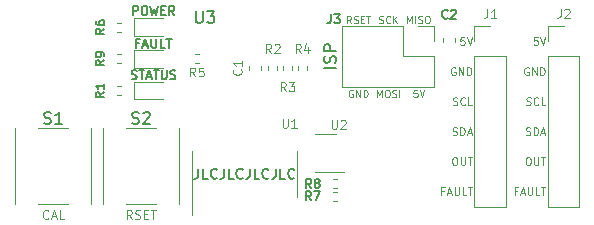
<source format=gbr>
%TF.GenerationSoftware,KiCad,Pcbnew,(5.1.9)-1*%
%TF.CreationDate,2021-02-27T13:09:48+00:00*%
%TF.ProjectId,filaSens-attiny84,66696c61-5365-46e7-932d-617474696e79,rev?*%
%TF.SameCoordinates,Original*%
%TF.FileFunction,Legend,Top*%
%TF.FilePolarity,Positive*%
%FSLAX46Y46*%
G04 Gerber Fmt 4.6, Leading zero omitted, Abs format (unit mm)*
G04 Created by KiCad (PCBNEW (5.1.9)-1) date 2021-02-27 13:09:48*
%MOMM*%
%LPD*%
G01*
G04 APERTURE LIST*
%ADD10C,0.160000*%
%ADD11C,0.100000*%
%ADD12C,0.090000*%
%ADD13C,0.150000*%
%ADD14C,0.120000*%
%ADD15C,0.130000*%
G04 APERTURE END LIST*
D10*
X139442109Y-109262523D02*
X139442109Y-109869666D01*
X139401633Y-109991095D01*
X139320680Y-110072047D01*
X139199252Y-110112523D01*
X139118300Y-110112523D01*
X140251633Y-110112523D02*
X139846871Y-110112523D01*
X139846871Y-109262523D01*
X141020680Y-110031571D02*
X140980204Y-110072047D01*
X140858776Y-110112523D01*
X140777823Y-110112523D01*
X140656395Y-110072047D01*
X140575442Y-109991095D01*
X140534966Y-109910142D01*
X140494490Y-109748238D01*
X140494490Y-109626809D01*
X140534966Y-109464904D01*
X140575442Y-109383952D01*
X140656395Y-109303000D01*
X140777823Y-109262523D01*
X140858776Y-109262523D01*
X140980204Y-109303000D01*
X141020680Y-109343476D01*
X141627823Y-109262523D02*
X141627823Y-109869666D01*
X141587347Y-109991095D01*
X141506395Y-110072047D01*
X141384966Y-110112523D01*
X141304014Y-110112523D01*
X142437347Y-110112523D02*
X142032585Y-110112523D01*
X142032585Y-109262523D01*
X143206395Y-110031571D02*
X143165919Y-110072047D01*
X143044490Y-110112523D01*
X142963538Y-110112523D01*
X142842109Y-110072047D01*
X142761157Y-109991095D01*
X142720680Y-109910142D01*
X142680204Y-109748238D01*
X142680204Y-109626809D01*
X142720680Y-109464904D01*
X142761157Y-109383952D01*
X142842109Y-109303000D01*
X142963538Y-109262523D01*
X143044490Y-109262523D01*
X143165919Y-109303000D01*
X143206395Y-109343476D01*
X143813538Y-109262523D02*
X143813538Y-109869666D01*
X143773061Y-109991095D01*
X143692109Y-110072047D01*
X143570680Y-110112523D01*
X143489728Y-110112523D01*
X144623061Y-110112523D02*
X144218300Y-110112523D01*
X144218300Y-109262523D01*
X145392109Y-110031571D02*
X145351633Y-110072047D01*
X145230204Y-110112523D01*
X145149252Y-110112523D01*
X145027823Y-110072047D01*
X144946871Y-109991095D01*
X144906395Y-109910142D01*
X144865919Y-109748238D01*
X144865919Y-109626809D01*
X144906395Y-109464904D01*
X144946871Y-109383952D01*
X145027823Y-109303000D01*
X145149252Y-109262523D01*
X145230204Y-109262523D01*
X145351633Y-109303000D01*
X145392109Y-109343476D01*
X145999252Y-109262523D02*
X145999252Y-109869666D01*
X145958776Y-109991095D01*
X145877823Y-110072047D01*
X145756395Y-110112523D01*
X145675442Y-110112523D01*
X146808776Y-110112523D02*
X146404014Y-110112523D01*
X146404014Y-109262523D01*
X147577823Y-110031571D02*
X147537347Y-110072047D01*
X147415919Y-110112523D01*
X147334966Y-110112523D01*
X147213538Y-110072047D01*
X147132585Y-109991095D01*
X147092109Y-109910142D01*
X147051633Y-109748238D01*
X147051633Y-109626809D01*
X147092109Y-109464904D01*
X147132585Y-109383952D01*
X147213538Y-109303000D01*
X147334966Y-109262523D01*
X147415919Y-109262523D01*
X147537347Y-109303000D01*
X147577823Y-109343476D01*
D11*
X161986562Y-98138047D02*
X161677038Y-98138047D01*
X161646086Y-98447571D01*
X161677038Y-98416619D01*
X161738943Y-98385666D01*
X161893705Y-98385666D01*
X161955610Y-98416619D01*
X161986562Y-98447571D01*
X162017515Y-98509476D01*
X162017515Y-98664238D01*
X161986562Y-98726142D01*
X161955610Y-98757095D01*
X161893705Y-98788047D01*
X161738943Y-98788047D01*
X161677038Y-98757095D01*
X161646086Y-98726142D01*
X162203229Y-98138047D02*
X162419896Y-98788047D01*
X162636562Y-98138047D01*
X161027038Y-103837095D02*
X161119895Y-103868047D01*
X161274657Y-103868047D01*
X161336562Y-103837095D01*
X161367514Y-103806142D01*
X161398467Y-103744238D01*
X161398467Y-103682333D01*
X161367514Y-103620428D01*
X161336562Y-103589476D01*
X161274657Y-103558523D01*
X161150848Y-103527571D01*
X161088943Y-103496619D01*
X161057990Y-103465666D01*
X161027038Y-103403761D01*
X161027038Y-103341857D01*
X161057990Y-103279952D01*
X161088943Y-103249000D01*
X161150848Y-103218047D01*
X161305609Y-103218047D01*
X161398467Y-103249000D01*
X162048467Y-103806142D02*
X162017514Y-103837095D01*
X161924657Y-103868047D01*
X161862752Y-103868047D01*
X161769895Y-103837095D01*
X161707990Y-103775190D01*
X161677038Y-103713285D01*
X161646086Y-103589476D01*
X161646086Y-103496619D01*
X161677038Y-103372809D01*
X161707990Y-103310904D01*
X161769895Y-103249000D01*
X161862752Y-103218047D01*
X161924657Y-103218047D01*
X162017514Y-103249000D01*
X162048467Y-103279952D01*
X162636562Y-103868047D02*
X162327038Y-103868047D01*
X162327038Y-103218047D01*
X160996086Y-106377095D02*
X161088943Y-106408047D01*
X161243705Y-106408047D01*
X161305610Y-106377095D01*
X161336562Y-106346142D01*
X161367515Y-106284238D01*
X161367515Y-106222333D01*
X161336562Y-106160428D01*
X161305610Y-106129476D01*
X161243705Y-106098523D01*
X161119896Y-106067571D01*
X161057991Y-106036619D01*
X161027038Y-106005666D01*
X160996086Y-105943761D01*
X160996086Y-105881857D01*
X161027038Y-105819952D01*
X161057991Y-105789000D01*
X161119896Y-105758047D01*
X161274657Y-105758047D01*
X161367515Y-105789000D01*
X161646086Y-106408047D02*
X161646086Y-105758047D01*
X161800848Y-105758047D01*
X161893705Y-105789000D01*
X161955610Y-105850904D01*
X161986562Y-105912809D01*
X162017515Y-106036619D01*
X162017515Y-106129476D01*
X161986562Y-106253285D01*
X161955610Y-106315190D01*
X161893705Y-106377095D01*
X161800848Y-106408047D01*
X161646086Y-106408047D01*
X162265134Y-106222333D02*
X162574657Y-106222333D01*
X162203229Y-106408047D02*
X162419896Y-105758047D01*
X162636562Y-106408047D01*
X161119895Y-108298047D02*
X161243704Y-108298047D01*
X161305609Y-108329000D01*
X161367514Y-108390904D01*
X161398466Y-108514714D01*
X161398466Y-108731380D01*
X161367514Y-108855190D01*
X161305609Y-108917095D01*
X161243704Y-108948047D01*
X161119895Y-108948047D01*
X161057990Y-108917095D01*
X160996085Y-108855190D01*
X160965133Y-108731380D01*
X160965133Y-108514714D01*
X160996085Y-108390904D01*
X161057990Y-108329000D01*
X161119895Y-108298047D01*
X161677038Y-108298047D02*
X161677038Y-108824238D01*
X161707990Y-108886142D01*
X161738943Y-108917095D01*
X161800847Y-108948047D01*
X161924657Y-108948047D01*
X161986562Y-108917095D01*
X162017514Y-108886142D01*
X162048466Y-108824238D01*
X162048466Y-108298047D01*
X162265133Y-108298047D02*
X162636562Y-108298047D01*
X162450847Y-108948047D02*
X162450847Y-108298047D01*
X161212753Y-100709000D02*
X161150848Y-100678047D01*
X161057991Y-100678047D01*
X160965134Y-100709000D01*
X160903229Y-100770904D01*
X160872276Y-100832809D01*
X160841324Y-100956619D01*
X160841324Y-101049476D01*
X160872276Y-101173285D01*
X160903229Y-101235190D01*
X160965134Y-101297095D01*
X161057991Y-101328047D01*
X161119895Y-101328047D01*
X161212753Y-101297095D01*
X161243705Y-101266142D01*
X161243705Y-101049476D01*
X161119895Y-101049476D01*
X161522276Y-101328047D02*
X161522276Y-100678047D01*
X161893705Y-101328047D01*
X161893705Y-100678047D01*
X162203229Y-101328047D02*
X162203229Y-100678047D01*
X162357991Y-100678047D01*
X162450848Y-100709000D01*
X162512753Y-100770904D01*
X162543705Y-100832809D01*
X162574657Y-100956619D01*
X162574657Y-101049476D01*
X162543705Y-101173285D01*
X162512753Y-101235190D01*
X162450848Y-101297095D01*
X162357991Y-101328047D01*
X162203229Y-101328047D01*
X168184162Y-98138047D02*
X167874638Y-98138047D01*
X167843686Y-98447571D01*
X167874638Y-98416619D01*
X167936543Y-98385666D01*
X168091305Y-98385666D01*
X168153210Y-98416619D01*
X168184162Y-98447571D01*
X168215115Y-98509476D01*
X168215115Y-98664238D01*
X168184162Y-98726142D01*
X168153210Y-98757095D01*
X168091305Y-98788047D01*
X167936543Y-98788047D01*
X167874638Y-98757095D01*
X167843686Y-98726142D01*
X168400829Y-98138047D02*
X168617496Y-98788047D01*
X168834162Y-98138047D01*
X167410353Y-100709000D02*
X167348448Y-100678047D01*
X167255591Y-100678047D01*
X167162734Y-100709000D01*
X167100829Y-100770904D01*
X167069876Y-100832809D01*
X167038924Y-100956619D01*
X167038924Y-101049476D01*
X167069876Y-101173285D01*
X167100829Y-101235190D01*
X167162734Y-101297095D01*
X167255591Y-101328047D01*
X167317495Y-101328047D01*
X167410353Y-101297095D01*
X167441305Y-101266142D01*
X167441305Y-101049476D01*
X167317495Y-101049476D01*
X167719876Y-101328047D02*
X167719876Y-100678047D01*
X168091305Y-101328047D01*
X168091305Y-100678047D01*
X168400829Y-101328047D02*
X168400829Y-100678047D01*
X168555591Y-100678047D01*
X168648448Y-100709000D01*
X168710353Y-100770904D01*
X168741305Y-100832809D01*
X168772257Y-100956619D01*
X168772257Y-101049476D01*
X168741305Y-101173285D01*
X168710353Y-101235190D01*
X168648448Y-101297095D01*
X168555591Y-101328047D01*
X168400829Y-101328047D01*
X167224638Y-103837095D02*
X167317495Y-103868047D01*
X167472257Y-103868047D01*
X167534162Y-103837095D01*
X167565114Y-103806142D01*
X167596067Y-103744238D01*
X167596067Y-103682333D01*
X167565114Y-103620428D01*
X167534162Y-103589476D01*
X167472257Y-103558523D01*
X167348448Y-103527571D01*
X167286543Y-103496619D01*
X167255590Y-103465666D01*
X167224638Y-103403761D01*
X167224638Y-103341857D01*
X167255590Y-103279952D01*
X167286543Y-103249000D01*
X167348448Y-103218047D01*
X167503209Y-103218047D01*
X167596067Y-103249000D01*
X168246067Y-103806142D02*
X168215114Y-103837095D01*
X168122257Y-103868047D01*
X168060352Y-103868047D01*
X167967495Y-103837095D01*
X167905590Y-103775190D01*
X167874638Y-103713285D01*
X167843686Y-103589476D01*
X167843686Y-103496619D01*
X167874638Y-103372809D01*
X167905590Y-103310904D01*
X167967495Y-103249000D01*
X168060352Y-103218047D01*
X168122257Y-103218047D01*
X168215114Y-103249000D01*
X168246067Y-103279952D01*
X168834162Y-103868047D02*
X168524638Y-103868047D01*
X168524638Y-103218047D01*
X167193686Y-106377095D02*
X167286543Y-106408047D01*
X167441305Y-106408047D01*
X167503210Y-106377095D01*
X167534162Y-106346142D01*
X167565115Y-106284238D01*
X167565115Y-106222333D01*
X167534162Y-106160428D01*
X167503210Y-106129476D01*
X167441305Y-106098523D01*
X167317496Y-106067571D01*
X167255591Y-106036619D01*
X167224638Y-106005666D01*
X167193686Y-105943761D01*
X167193686Y-105881857D01*
X167224638Y-105819952D01*
X167255591Y-105789000D01*
X167317496Y-105758047D01*
X167472257Y-105758047D01*
X167565115Y-105789000D01*
X167843686Y-106408047D02*
X167843686Y-105758047D01*
X167998448Y-105758047D01*
X168091305Y-105789000D01*
X168153210Y-105850904D01*
X168184162Y-105912809D01*
X168215115Y-106036619D01*
X168215115Y-106129476D01*
X168184162Y-106253285D01*
X168153210Y-106315190D01*
X168091305Y-106377095D01*
X167998448Y-106408047D01*
X167843686Y-106408047D01*
X168462734Y-106222333D02*
X168772257Y-106222333D01*
X168400829Y-106408047D02*
X168617496Y-105758047D01*
X168834162Y-106408047D01*
X167317495Y-108298047D02*
X167441304Y-108298047D01*
X167503209Y-108329000D01*
X167565114Y-108390904D01*
X167596066Y-108514714D01*
X167596066Y-108731380D01*
X167565114Y-108855190D01*
X167503209Y-108917095D01*
X167441304Y-108948047D01*
X167317495Y-108948047D01*
X167255590Y-108917095D01*
X167193685Y-108855190D01*
X167162733Y-108731380D01*
X167162733Y-108514714D01*
X167193685Y-108390904D01*
X167255590Y-108329000D01*
X167317495Y-108298047D01*
X167874638Y-108298047D02*
X167874638Y-108824238D01*
X167905590Y-108886142D01*
X167936543Y-108917095D01*
X167998447Y-108948047D01*
X168122257Y-108948047D01*
X168184162Y-108917095D01*
X168215114Y-108886142D01*
X168246066Y-108824238D01*
X168246066Y-108298047D01*
X168462733Y-108298047D02*
X168834162Y-108298047D01*
X168648447Y-108948047D02*
X168648447Y-108298047D01*
X160253228Y-111147571D02*
X160036561Y-111147571D01*
X160036561Y-111488047D02*
X160036561Y-110838047D01*
X160346085Y-110838047D01*
X160562752Y-111302333D02*
X160872276Y-111302333D01*
X160500847Y-111488047D02*
X160717514Y-110838047D01*
X160934180Y-111488047D01*
X161150847Y-110838047D02*
X161150847Y-111364238D01*
X161181800Y-111426142D01*
X161212752Y-111457095D01*
X161274657Y-111488047D01*
X161398466Y-111488047D01*
X161460371Y-111457095D01*
X161491323Y-111426142D01*
X161522276Y-111364238D01*
X161522276Y-110838047D01*
X162141323Y-111488047D02*
X161831800Y-111488047D01*
X161831800Y-110838047D01*
X162265133Y-110838047D02*
X162636561Y-110838047D01*
X162450847Y-111488047D02*
X162450847Y-110838047D01*
D12*
X157987386Y-102597028D02*
X157701672Y-102597028D01*
X157673100Y-102882742D01*
X157701672Y-102854171D01*
X157758815Y-102825600D01*
X157901672Y-102825600D01*
X157958815Y-102854171D01*
X157987386Y-102882742D01*
X158015957Y-102939885D01*
X158015957Y-103082742D01*
X157987386Y-103139885D01*
X157958815Y-103168457D01*
X157901672Y-103197028D01*
X157758815Y-103197028D01*
X157701672Y-103168457D01*
X157673100Y-103139885D01*
X158187386Y-102597028D02*
X158387386Y-103197028D01*
X158587386Y-102597028D01*
X154590243Y-103197028D02*
X154590243Y-102597028D01*
X154790243Y-103025600D01*
X154990243Y-102597028D01*
X154990243Y-103197028D01*
X155390243Y-102597028D02*
X155504528Y-102597028D01*
X155561671Y-102625600D01*
X155618814Y-102682742D01*
X155647386Y-102797028D01*
X155647386Y-102997028D01*
X155618814Y-103111314D01*
X155561671Y-103168457D01*
X155504528Y-103197028D01*
X155390243Y-103197028D01*
X155333100Y-103168457D01*
X155275957Y-103111314D01*
X155247386Y-102997028D01*
X155247386Y-102797028D01*
X155275957Y-102682742D01*
X155333100Y-102625600D01*
X155390243Y-102597028D01*
X155875957Y-103168457D02*
X155961671Y-103197028D01*
X156104528Y-103197028D01*
X156161671Y-103168457D01*
X156190243Y-103139885D01*
X156218814Y-103082742D01*
X156218814Y-103025600D01*
X156190243Y-102968457D01*
X156161671Y-102939885D01*
X156104528Y-102911314D01*
X155990243Y-102882742D01*
X155933100Y-102854171D01*
X155904528Y-102825600D01*
X155875957Y-102768457D01*
X155875957Y-102711314D01*
X155904528Y-102654171D01*
X155933100Y-102625600D01*
X155990243Y-102597028D01*
X156133100Y-102597028D01*
X156218814Y-102625600D01*
X156475957Y-103197028D02*
X156475957Y-102597028D01*
X152535957Y-102625600D02*
X152478815Y-102597028D01*
X152393100Y-102597028D01*
X152307386Y-102625600D01*
X152250243Y-102682742D01*
X152221672Y-102739885D01*
X152193100Y-102854171D01*
X152193100Y-102939885D01*
X152221672Y-103054171D01*
X152250243Y-103111314D01*
X152307386Y-103168457D01*
X152393100Y-103197028D01*
X152450243Y-103197028D01*
X152535957Y-103168457D01*
X152564529Y-103139885D01*
X152564529Y-102939885D01*
X152450243Y-102939885D01*
X152821672Y-103197028D02*
X152821672Y-102597028D01*
X153164529Y-103197028D01*
X153164529Y-102597028D01*
X153450243Y-103197028D02*
X153450243Y-102597028D01*
X153593100Y-102597028D01*
X153678815Y-102625600D01*
X153735957Y-102682742D01*
X153764529Y-102739885D01*
X153793100Y-102854171D01*
X153793100Y-102939885D01*
X153764529Y-103054171D01*
X153735957Y-103111314D01*
X153678815Y-103168457D01*
X153593100Y-103197028D01*
X153450243Y-103197028D01*
X152393100Y-96948628D02*
X152193100Y-96662914D01*
X152050243Y-96948628D02*
X152050243Y-96348628D01*
X152278814Y-96348628D01*
X152335957Y-96377200D01*
X152364528Y-96405771D01*
X152393100Y-96462914D01*
X152393100Y-96548628D01*
X152364528Y-96605771D01*
X152335957Y-96634342D01*
X152278814Y-96662914D01*
X152050243Y-96662914D01*
X152621671Y-96920057D02*
X152707386Y-96948628D01*
X152850243Y-96948628D01*
X152907386Y-96920057D01*
X152935957Y-96891485D01*
X152964528Y-96834342D01*
X152964528Y-96777200D01*
X152935957Y-96720057D01*
X152907386Y-96691485D01*
X152850243Y-96662914D01*
X152735957Y-96634342D01*
X152678814Y-96605771D01*
X152650243Y-96577200D01*
X152621671Y-96520057D01*
X152621671Y-96462914D01*
X152650243Y-96405771D01*
X152678814Y-96377200D01*
X152735957Y-96348628D01*
X152878814Y-96348628D01*
X152964528Y-96377200D01*
X153221671Y-96634342D02*
X153421671Y-96634342D01*
X153507386Y-96948628D02*
X153221671Y-96948628D01*
X153221671Y-96348628D01*
X153507386Y-96348628D01*
X153678814Y-96348628D02*
X154021671Y-96348628D01*
X153850243Y-96948628D02*
X153850243Y-96348628D01*
X154761671Y-96920057D02*
X154847386Y-96948628D01*
X154990243Y-96948628D01*
X155047386Y-96920057D01*
X155075957Y-96891485D01*
X155104528Y-96834342D01*
X155104528Y-96777200D01*
X155075957Y-96720057D01*
X155047386Y-96691485D01*
X154990243Y-96662914D01*
X154875957Y-96634342D01*
X154818814Y-96605771D01*
X154790243Y-96577200D01*
X154761671Y-96520057D01*
X154761671Y-96462914D01*
X154790243Y-96405771D01*
X154818814Y-96377200D01*
X154875957Y-96348628D01*
X155018814Y-96348628D01*
X155104528Y-96377200D01*
X155704528Y-96891485D02*
X155675957Y-96920057D01*
X155590243Y-96948628D01*
X155533100Y-96948628D01*
X155447386Y-96920057D01*
X155390243Y-96862914D01*
X155361671Y-96805771D01*
X155333100Y-96691485D01*
X155333100Y-96605771D01*
X155361671Y-96491485D01*
X155390243Y-96434342D01*
X155447386Y-96377200D01*
X155533100Y-96348628D01*
X155590243Y-96348628D01*
X155675957Y-96377200D01*
X155704528Y-96405771D01*
X155961671Y-96948628D02*
X155961671Y-96348628D01*
X156304528Y-96948628D02*
X156047386Y-96605771D01*
X156304528Y-96348628D02*
X155961671Y-96691485D01*
X157130243Y-96948628D02*
X157130243Y-96348628D01*
X157330243Y-96777200D01*
X157530243Y-96348628D01*
X157530243Y-96948628D01*
X157815957Y-96948628D02*
X157815957Y-96348628D01*
X158073100Y-96920057D02*
X158158814Y-96948628D01*
X158301671Y-96948628D01*
X158358814Y-96920057D01*
X158387386Y-96891485D01*
X158415957Y-96834342D01*
X158415957Y-96777200D01*
X158387386Y-96720057D01*
X158358814Y-96691485D01*
X158301671Y-96662914D01*
X158187386Y-96634342D01*
X158130243Y-96605771D01*
X158101671Y-96577200D01*
X158073100Y-96520057D01*
X158073100Y-96462914D01*
X158101671Y-96405771D01*
X158130243Y-96377200D01*
X158187386Y-96348628D01*
X158330243Y-96348628D01*
X158415957Y-96377200D01*
X158787386Y-96348628D02*
X158901671Y-96348628D01*
X158958814Y-96377200D01*
X159015957Y-96434342D01*
X159044528Y-96548628D01*
X159044528Y-96748628D01*
X159015957Y-96862914D01*
X158958814Y-96920057D01*
X158901671Y-96948628D01*
X158787386Y-96948628D01*
X158730243Y-96920057D01*
X158673100Y-96862914D01*
X158644528Y-96748628D01*
X158644528Y-96548628D01*
X158673100Y-96434342D01*
X158730243Y-96377200D01*
X158787386Y-96348628D01*
D13*
X139249195Y-95921580D02*
X139249195Y-96731104D01*
X139296814Y-96826342D01*
X139344433Y-96873961D01*
X139439671Y-96921580D01*
X139630147Y-96921580D01*
X139725385Y-96873961D01*
X139773004Y-96826342D01*
X139820623Y-96731104D01*
X139820623Y-95921580D01*
X140201576Y-95921580D02*
X140820623Y-95921580D01*
X140487290Y-96302533D01*
X140630147Y-96302533D01*
X140725385Y-96350152D01*
X140773004Y-96397771D01*
X140820623Y-96493009D01*
X140820623Y-96731104D01*
X140773004Y-96826342D01*
X140725385Y-96873961D01*
X140630147Y-96921580D01*
X140344433Y-96921580D01*
X140249195Y-96873961D01*
X140201576Y-96826342D01*
D11*
X166450828Y-111147571D02*
X166234161Y-111147571D01*
X166234161Y-111488047D02*
X166234161Y-110838047D01*
X166543685Y-110838047D01*
X166760352Y-111302333D02*
X167069876Y-111302333D01*
X166698447Y-111488047D02*
X166915114Y-110838047D01*
X167131780Y-111488047D01*
X167348447Y-110838047D02*
X167348447Y-111364238D01*
X167379400Y-111426142D01*
X167410352Y-111457095D01*
X167472257Y-111488047D01*
X167596066Y-111488047D01*
X167657971Y-111457095D01*
X167688923Y-111426142D01*
X167719876Y-111364238D01*
X167719876Y-110838047D01*
X168338923Y-111488047D02*
X168029400Y-111488047D01*
X168029400Y-110838047D01*
X168462733Y-110838047D02*
X168834161Y-110838047D01*
X168648447Y-111488047D02*
X168648447Y-110838047D01*
D14*
%TO.C,J3*%
X151649600Y-97158500D02*
X151649600Y-102358500D01*
X156789600Y-97158500D02*
X151649600Y-97158500D01*
X159389600Y-102358500D02*
X151649600Y-102358500D01*
X156789600Y-97158500D02*
X156789600Y-99758500D01*
X156789600Y-99758500D02*
X159389600Y-99758500D01*
X159389600Y-99758500D02*
X159389600Y-102358500D01*
X158059600Y-97158500D02*
X159389600Y-97158500D01*
X159389600Y-97158500D02*
X159389600Y-98488500D01*
%TO.C,U1*%
X138933300Y-109703600D02*
X138933300Y-113153600D01*
X138933300Y-109703600D02*
X138933300Y-107753600D01*
X147803300Y-109703600D02*
X147803300Y-111653600D01*
X147803300Y-109703600D02*
X147803300Y-107753600D01*
%TO.C,D1*%
X134026800Y-103401800D02*
X136486800Y-103401800D01*
X134026800Y-101931800D02*
X134026800Y-103401800D01*
X136486800Y-101931800D02*
X134026800Y-101931800D01*
%TO.C,R1*%
X132560679Y-102286800D02*
X132895921Y-102286800D01*
X132560679Y-103046800D02*
X132895921Y-103046800D01*
%TO.C,R2*%
X146124925Y-100548479D02*
X146124925Y-100883721D01*
X145364925Y-100548479D02*
X145364925Y-100883721D01*
%TO.C,R3*%
X147375950Y-100883721D02*
X147375950Y-100548479D01*
X146615950Y-100883721D02*
X146615950Y-100548479D01*
%TO.C,R4*%
X148626975Y-100883721D02*
X148626975Y-100548479D01*
X147866975Y-100883721D02*
X147866975Y-100548479D01*
%TO.C,R5*%
X139486621Y-100329000D02*
X139151379Y-100329000D01*
X139486621Y-99569000D02*
X139151379Y-99569000D01*
%TO.C,S1*%
X123922400Y-105786800D02*
X123922400Y-112246800D01*
X128452400Y-105786800D02*
X125852400Y-105786800D01*
X130382400Y-105786800D02*
X130382400Y-112246800D01*
X128452400Y-112246800D02*
X125852400Y-112246800D01*
X130352400Y-105786800D02*
X130382400Y-105786800D01*
X123922400Y-105786800D02*
X123952400Y-105786800D01*
X123922400Y-112246800D02*
X123952400Y-112246800D01*
X130382400Y-112246800D02*
X130352400Y-112246800D01*
%TO.C,J1*%
X162836100Y-97158500D02*
X164166100Y-97158500D01*
X162836100Y-98488500D02*
X162836100Y-97158500D01*
X162836100Y-99758500D02*
X165496100Y-99758500D01*
X165496100Y-99758500D02*
X165496100Y-112518500D01*
X162836100Y-99758500D02*
X162836100Y-112518500D01*
X162836100Y-112518500D02*
X165496100Y-112518500D01*
%TO.C,C1*%
X144743900Y-100887367D02*
X144743900Y-100544833D01*
X143723900Y-100887367D02*
X143723900Y-100544833D01*
%TO.C,C2*%
X160170400Y-98509767D02*
X160170400Y-98167233D01*
X161190400Y-98509767D02*
X161190400Y-98167233D01*
%TO.C,D2*%
X134026800Y-98011901D02*
X136486800Y-98011901D01*
X134026800Y-96541901D02*
X134026800Y-98011901D01*
X136486800Y-96541901D02*
X134026800Y-96541901D01*
%TO.C,R6*%
X132560679Y-97656901D02*
X132895921Y-97656901D01*
X132560679Y-96896901D02*
X132895921Y-96896901D01*
%TO.C,S2*%
X137832850Y-112246800D02*
X137832850Y-105786800D01*
X133302850Y-112246800D02*
X135902850Y-112246800D01*
X131372850Y-112246800D02*
X131372850Y-105786800D01*
X133302850Y-105786800D02*
X135902850Y-105786800D01*
X131402850Y-112246800D02*
X131372850Y-112246800D01*
X137832850Y-112246800D02*
X137802850Y-112246800D01*
X137832850Y-105786800D02*
X137802850Y-105786800D01*
X131372850Y-105786800D02*
X131402850Y-105786800D01*
%TO.C,U2*%
X149315600Y-109509200D02*
X151765600Y-109509200D01*
X151115600Y-106289200D02*
X149315600Y-106289200D01*
%TO.C,R7*%
X151183221Y-111227600D02*
X150847979Y-111227600D01*
X151183221Y-111987600D02*
X150847979Y-111987600D01*
%TO.C,R8*%
X151183221Y-110920800D02*
X150847979Y-110920800D01*
X151183221Y-110160800D02*
X150847979Y-110160800D01*
%TO.C,D3*%
X134026800Y-100706850D02*
X136486800Y-100706850D01*
X134026800Y-99236850D02*
X134026800Y-100706850D01*
X136486800Y-99236850D02*
X134026800Y-99236850D01*
%TO.C,R9*%
X132560679Y-99591850D02*
X132895921Y-99591850D01*
X132560679Y-100351850D02*
X132895921Y-100351850D01*
%TO.C,J2*%
X169053200Y-97158500D02*
X170383200Y-97158500D01*
X169053200Y-98488500D02*
X169053200Y-97158500D01*
X169053200Y-99758500D02*
X171713200Y-99758500D01*
X171713200Y-99758500D02*
X171713200Y-112518500D01*
X169053200Y-99758500D02*
X169053200Y-112518500D01*
X169053200Y-112518500D02*
X171713200Y-112518500D01*
%TO.C,J3*%
D15*
X150676800Y-96208185D02*
X150676800Y-96743900D01*
X150641085Y-96851042D01*
X150569657Y-96922471D01*
X150462514Y-96958185D01*
X150391085Y-96958185D01*
X150962514Y-96208185D02*
X151426800Y-96208185D01*
X151176800Y-96493900D01*
X151283942Y-96493900D01*
X151355371Y-96529614D01*
X151391085Y-96565328D01*
X151426800Y-96636757D01*
X151426800Y-96815328D01*
X151391085Y-96886757D01*
X151355371Y-96922471D01*
X151283942Y-96958185D01*
X151069657Y-96958185D01*
X150998228Y-96922471D01*
X150962514Y-96886757D01*
D13*
X151101980Y-100734690D02*
X150101980Y-100734690D01*
X151054361Y-100306119D02*
X151101980Y-100163261D01*
X151101980Y-99925166D01*
X151054361Y-99829928D01*
X151006742Y-99782309D01*
X150911504Y-99734690D01*
X150816266Y-99734690D01*
X150721028Y-99782309D01*
X150673409Y-99829928D01*
X150625790Y-99925166D01*
X150578171Y-100115642D01*
X150530552Y-100210880D01*
X150482933Y-100258500D01*
X150387695Y-100306119D01*
X150292457Y-100306119D01*
X150197219Y-100258500D01*
X150149600Y-100210880D01*
X150101980Y-100115642D01*
X150101980Y-99877547D01*
X150149600Y-99734690D01*
X151101980Y-99306119D02*
X150101980Y-99306119D01*
X150101980Y-98925166D01*
X150149600Y-98829928D01*
X150197219Y-98782309D01*
X150292457Y-98734690D01*
X150435314Y-98734690D01*
X150530552Y-98782309D01*
X150578171Y-98829928D01*
X150625790Y-98925166D01*
X150625790Y-99306119D01*
%TO.C,U1*%
D14*
X146591872Y-105050085D02*
X146591872Y-105657228D01*
X146627586Y-105728657D01*
X146663301Y-105764371D01*
X146734729Y-105800085D01*
X146877586Y-105800085D01*
X146949015Y-105764371D01*
X146984729Y-105728657D01*
X147020443Y-105657228D01*
X147020443Y-105050085D01*
X147770443Y-105800085D02*
X147341872Y-105800085D01*
X147556158Y-105800085D02*
X147556158Y-105050085D01*
X147484729Y-105157228D01*
X147413301Y-105228657D01*
X147341872Y-105264371D01*
%TO.C,D1*%
D15*
X133807157Y-101649571D02*
X133914300Y-101685285D01*
X134092871Y-101685285D01*
X134164300Y-101649571D01*
X134200014Y-101613857D01*
X134235728Y-101542428D01*
X134235728Y-101471000D01*
X134200014Y-101399571D01*
X134164300Y-101363857D01*
X134092871Y-101328142D01*
X133950014Y-101292428D01*
X133878585Y-101256714D01*
X133842871Y-101221000D01*
X133807157Y-101149571D01*
X133807157Y-101078142D01*
X133842871Y-101006714D01*
X133878585Y-100971000D01*
X133950014Y-100935285D01*
X134128585Y-100935285D01*
X134235728Y-100971000D01*
X134450014Y-100935285D02*
X134878585Y-100935285D01*
X134664300Y-101685285D02*
X134664300Y-100935285D01*
X135092871Y-101471000D02*
X135450014Y-101471000D01*
X135021442Y-101685285D02*
X135271442Y-100935285D01*
X135521442Y-101685285D01*
X135664300Y-100935285D02*
X136092871Y-100935285D01*
X135878585Y-101685285D02*
X135878585Y-100935285D01*
X136342871Y-100935285D02*
X136342871Y-101542428D01*
X136378585Y-101613857D01*
X136414300Y-101649571D01*
X136485728Y-101685285D01*
X136628585Y-101685285D01*
X136700014Y-101649571D01*
X136735728Y-101613857D01*
X136771442Y-101542428D01*
X136771442Y-100935285D01*
X137092871Y-101649571D02*
X137200014Y-101685285D01*
X137378585Y-101685285D01*
X137450014Y-101649571D01*
X137485728Y-101613857D01*
X137521442Y-101542428D01*
X137521442Y-101471000D01*
X137485728Y-101399571D01*
X137450014Y-101363857D01*
X137378585Y-101328142D01*
X137235728Y-101292428D01*
X137164300Y-101256714D01*
X137128585Y-101221000D01*
X137092871Y-101149571D01*
X137092871Y-101078142D01*
X137128585Y-101006714D01*
X137164300Y-100971000D01*
X137235728Y-100935285D01*
X137414300Y-100935285D01*
X137521442Y-100971000D01*
%TO.C,R1*%
X131504885Y-102794350D02*
X131147742Y-103044350D01*
X131504885Y-103222921D02*
X130754885Y-103222921D01*
X130754885Y-102937207D01*
X130790600Y-102865778D01*
X130826314Y-102830064D01*
X130897742Y-102794350D01*
X131004885Y-102794350D01*
X131076314Y-102830064D01*
X131112028Y-102865778D01*
X131147742Y-102937207D01*
X131147742Y-103222921D01*
X131504885Y-102080064D02*
X131504885Y-102508635D01*
X131504885Y-102294350D02*
X130754885Y-102294350D01*
X130862028Y-102365778D01*
X130933457Y-102437207D01*
X130969171Y-102508635D01*
%TO.C,R2*%
D14*
X145619925Y-99450085D02*
X145369925Y-99092942D01*
X145191353Y-99450085D02*
X145191353Y-98700085D01*
X145477067Y-98700085D01*
X145548496Y-98735800D01*
X145584210Y-98771514D01*
X145619925Y-98842942D01*
X145619925Y-98950085D01*
X145584210Y-99021514D01*
X145548496Y-99057228D01*
X145477067Y-99092942D01*
X145191353Y-99092942D01*
X145905639Y-98771514D02*
X145941353Y-98735800D01*
X146012782Y-98700085D01*
X146191353Y-98700085D01*
X146262782Y-98735800D01*
X146298496Y-98771514D01*
X146334210Y-98842942D01*
X146334210Y-98914371D01*
X146298496Y-99021514D01*
X145869925Y-99450085D01*
X146334210Y-99450085D01*
%TO.C,R3*%
X146870950Y-102701285D02*
X146620950Y-102344142D01*
X146442378Y-102701285D02*
X146442378Y-101951285D01*
X146728092Y-101951285D01*
X146799521Y-101987000D01*
X146835235Y-102022714D01*
X146870950Y-102094142D01*
X146870950Y-102201285D01*
X146835235Y-102272714D01*
X146799521Y-102308428D01*
X146728092Y-102344142D01*
X146442378Y-102344142D01*
X147120950Y-101951285D02*
X147585235Y-101951285D01*
X147335235Y-102237000D01*
X147442378Y-102237000D01*
X147513807Y-102272714D01*
X147549521Y-102308428D01*
X147585235Y-102379857D01*
X147585235Y-102558428D01*
X147549521Y-102629857D01*
X147513807Y-102665571D01*
X147442378Y-102701285D01*
X147228092Y-102701285D01*
X147156664Y-102665571D01*
X147120950Y-102629857D01*
%TO.C,R4*%
X148121975Y-99450085D02*
X147871975Y-99092942D01*
X147693403Y-99450085D02*
X147693403Y-98700085D01*
X147979117Y-98700085D01*
X148050546Y-98735800D01*
X148086260Y-98771514D01*
X148121975Y-98842942D01*
X148121975Y-98950085D01*
X148086260Y-99021514D01*
X148050546Y-99057228D01*
X147979117Y-99092942D01*
X147693403Y-99092942D01*
X148764832Y-98950085D02*
X148764832Y-99450085D01*
X148586260Y-98664371D02*
X148407689Y-99200085D01*
X148871975Y-99200085D01*
%TO.C,R5*%
X139194000Y-101458285D02*
X138944000Y-101101142D01*
X138765428Y-101458285D02*
X138765428Y-100708285D01*
X139051142Y-100708285D01*
X139122571Y-100744000D01*
X139158285Y-100779714D01*
X139194000Y-100851142D01*
X139194000Y-100958285D01*
X139158285Y-101029714D01*
X139122571Y-101065428D01*
X139051142Y-101101142D01*
X138765428Y-101101142D01*
X139872571Y-100708285D02*
X139515428Y-100708285D01*
X139479714Y-101065428D01*
X139515428Y-101029714D01*
X139586857Y-100994000D01*
X139765428Y-100994000D01*
X139836857Y-101029714D01*
X139872571Y-101065428D01*
X139908285Y-101136857D01*
X139908285Y-101315428D01*
X139872571Y-101386857D01*
X139836857Y-101422571D01*
X139765428Y-101458285D01*
X139586857Y-101458285D01*
X139515428Y-101422571D01*
X139479714Y-101386857D01*
%TO.C,S1*%
D13*
X126390495Y-105429061D02*
X126533352Y-105476680D01*
X126771447Y-105476680D01*
X126866685Y-105429061D01*
X126914304Y-105381442D01*
X126961923Y-105286204D01*
X126961923Y-105190966D01*
X126914304Y-105095728D01*
X126866685Y-105048109D01*
X126771447Y-105000490D01*
X126580971Y-104952871D01*
X126485733Y-104905252D01*
X126438114Y-104857633D01*
X126390495Y-104762395D01*
X126390495Y-104667157D01*
X126438114Y-104571919D01*
X126485733Y-104524300D01*
X126580971Y-104476680D01*
X126819066Y-104476680D01*
X126961923Y-104524300D01*
X127914304Y-105476680D02*
X127342876Y-105476680D01*
X127628590Y-105476680D02*
X127628590Y-104476680D01*
X127533352Y-104619538D01*
X127438114Y-104714776D01*
X127342876Y-104762395D01*
D14*
X126759542Y-113450257D02*
X126723828Y-113485971D01*
X126616685Y-113521685D01*
X126545257Y-113521685D01*
X126438114Y-113485971D01*
X126366685Y-113414542D01*
X126330971Y-113343114D01*
X126295257Y-113200257D01*
X126295257Y-113093114D01*
X126330971Y-112950257D01*
X126366685Y-112878828D01*
X126438114Y-112807400D01*
X126545257Y-112771685D01*
X126616685Y-112771685D01*
X126723828Y-112807400D01*
X126759542Y-112843114D01*
X127045257Y-113307400D02*
X127402400Y-113307400D01*
X126973828Y-113521685D02*
X127223828Y-112771685D01*
X127473828Y-113521685D01*
X128080971Y-113521685D02*
X127723828Y-113521685D01*
X127723828Y-112771685D01*
%TO.C,J1*%
X163916100Y-95747785D02*
X163916100Y-96283500D01*
X163880385Y-96390642D01*
X163808957Y-96462071D01*
X163701814Y-96497785D01*
X163630385Y-96497785D01*
X164666100Y-96497785D02*
X164237528Y-96497785D01*
X164451814Y-96497785D02*
X164451814Y-95747785D01*
X164380385Y-95854928D01*
X164308957Y-95926357D01*
X164237528Y-95962071D01*
%TO.C,C1*%
X143071757Y-100841100D02*
X143107471Y-100876814D01*
X143143185Y-100983957D01*
X143143185Y-101055385D01*
X143107471Y-101162528D01*
X143036042Y-101233957D01*
X142964614Y-101269671D01*
X142821757Y-101305385D01*
X142714614Y-101305385D01*
X142571757Y-101269671D01*
X142500328Y-101233957D01*
X142428900Y-101162528D01*
X142393185Y-101055385D01*
X142393185Y-100983957D01*
X142428900Y-100876814D01*
X142464614Y-100841100D01*
X143143185Y-100126814D02*
X143143185Y-100555385D01*
X143143185Y-100341100D02*
X142393185Y-100341100D01*
X142500328Y-100412528D01*
X142571757Y-100483957D01*
X142607471Y-100555385D01*
%TO.C,C2*%
D15*
X160555400Y-96483057D02*
X160519685Y-96518771D01*
X160412542Y-96554485D01*
X160341114Y-96554485D01*
X160233971Y-96518771D01*
X160162542Y-96447342D01*
X160126828Y-96375914D01*
X160091114Y-96233057D01*
X160091114Y-96125914D01*
X160126828Y-95983057D01*
X160162542Y-95911628D01*
X160233971Y-95840200D01*
X160341114Y-95804485D01*
X160412542Y-95804485D01*
X160519685Y-95840200D01*
X160555400Y-95875914D01*
X160841114Y-95875914D02*
X160876828Y-95840200D01*
X160948257Y-95804485D01*
X161126828Y-95804485D01*
X161198257Y-95840200D01*
X161233971Y-95875914D01*
X161269685Y-95947342D01*
X161269685Y-96018771D01*
X161233971Y-96125914D01*
X160805400Y-96554485D01*
X161269685Y-96554485D01*
%TO.C,D2*%
X133932157Y-96249685D02*
X133932157Y-95499685D01*
X134217871Y-95499685D01*
X134289300Y-95535400D01*
X134325014Y-95571114D01*
X134360728Y-95642542D01*
X134360728Y-95749685D01*
X134325014Y-95821114D01*
X134289300Y-95856828D01*
X134217871Y-95892542D01*
X133932157Y-95892542D01*
X134825014Y-95499685D02*
X134967871Y-95499685D01*
X135039300Y-95535400D01*
X135110728Y-95606828D01*
X135146442Y-95749685D01*
X135146442Y-95999685D01*
X135110728Y-96142542D01*
X135039300Y-96213971D01*
X134967871Y-96249685D01*
X134825014Y-96249685D01*
X134753585Y-96213971D01*
X134682157Y-96142542D01*
X134646442Y-95999685D01*
X134646442Y-95749685D01*
X134682157Y-95606828D01*
X134753585Y-95535400D01*
X134825014Y-95499685D01*
X135396442Y-95499685D02*
X135575014Y-96249685D01*
X135717871Y-95713971D01*
X135860728Y-96249685D01*
X136039300Y-95499685D01*
X136325014Y-95856828D02*
X136575014Y-95856828D01*
X136682157Y-96249685D02*
X136325014Y-96249685D01*
X136325014Y-95499685D01*
X136682157Y-95499685D01*
X137432157Y-96249685D02*
X137182157Y-95892542D01*
X137003585Y-96249685D02*
X137003585Y-95499685D01*
X137289300Y-95499685D01*
X137360728Y-95535400D01*
X137396442Y-95571114D01*
X137432157Y-95642542D01*
X137432157Y-95749685D01*
X137396442Y-95821114D01*
X137360728Y-95856828D01*
X137289300Y-95892542D01*
X137003585Y-95892542D01*
%TO.C,R6*%
X131504885Y-97407000D02*
X131147742Y-97657000D01*
X131504885Y-97835571D02*
X130754885Y-97835571D01*
X130754885Y-97549857D01*
X130790600Y-97478428D01*
X130826314Y-97442714D01*
X130897742Y-97407000D01*
X131004885Y-97407000D01*
X131076314Y-97442714D01*
X131112028Y-97478428D01*
X131147742Y-97549857D01*
X131147742Y-97835571D01*
X130754885Y-96764142D02*
X130754885Y-96907000D01*
X130790600Y-96978428D01*
X130826314Y-97014142D01*
X130933457Y-97085571D01*
X131076314Y-97121285D01*
X131362028Y-97121285D01*
X131433457Y-97085571D01*
X131469171Y-97049857D01*
X131504885Y-96978428D01*
X131504885Y-96835571D01*
X131469171Y-96764142D01*
X131433457Y-96728428D01*
X131362028Y-96692714D01*
X131183457Y-96692714D01*
X131112028Y-96728428D01*
X131076314Y-96764142D01*
X131040600Y-96835571D01*
X131040600Y-96978428D01*
X131076314Y-97049857D01*
X131112028Y-97085571D01*
X131183457Y-97121285D01*
%TO.C,S2*%
D13*
X133840945Y-105429061D02*
X133983802Y-105476680D01*
X134221897Y-105476680D01*
X134317135Y-105429061D01*
X134364754Y-105381442D01*
X134412373Y-105286204D01*
X134412373Y-105190966D01*
X134364754Y-105095728D01*
X134317135Y-105048109D01*
X134221897Y-105000490D01*
X134031421Y-104952871D01*
X133936183Y-104905252D01*
X133888564Y-104857633D01*
X133840945Y-104762395D01*
X133840945Y-104667157D01*
X133888564Y-104571919D01*
X133936183Y-104524300D01*
X134031421Y-104476680D01*
X134269516Y-104476680D01*
X134412373Y-104524300D01*
X134793326Y-104571919D02*
X134840945Y-104524300D01*
X134936183Y-104476680D01*
X135174278Y-104476680D01*
X135269516Y-104524300D01*
X135317135Y-104571919D01*
X135364754Y-104667157D01*
X135364754Y-104762395D01*
X135317135Y-104905252D01*
X134745707Y-105476680D01*
X135364754Y-105476680D01*
D14*
X133819200Y-113521685D02*
X133569200Y-113164542D01*
X133390628Y-113521685D02*
X133390628Y-112771685D01*
X133676342Y-112771685D01*
X133747771Y-112807400D01*
X133783485Y-112843114D01*
X133819200Y-112914542D01*
X133819200Y-113021685D01*
X133783485Y-113093114D01*
X133747771Y-113128828D01*
X133676342Y-113164542D01*
X133390628Y-113164542D01*
X134104914Y-113485971D02*
X134212057Y-113521685D01*
X134390628Y-113521685D01*
X134462057Y-113485971D01*
X134497771Y-113450257D01*
X134533485Y-113378828D01*
X134533485Y-113307400D01*
X134497771Y-113235971D01*
X134462057Y-113200257D01*
X134390628Y-113164542D01*
X134247771Y-113128828D01*
X134176342Y-113093114D01*
X134140628Y-113057400D01*
X134104914Y-112985971D01*
X134104914Y-112914542D01*
X134140628Y-112843114D01*
X134176342Y-112807400D01*
X134247771Y-112771685D01*
X134426342Y-112771685D01*
X134533485Y-112807400D01*
X134854914Y-113128828D02*
X135104914Y-113128828D01*
X135212057Y-113521685D02*
X134854914Y-113521685D01*
X134854914Y-112771685D01*
X135212057Y-112771685D01*
X135426342Y-112771685D02*
X135854914Y-112771685D01*
X135640628Y-113521685D02*
X135640628Y-112771685D01*
%TO.C,U2*%
X150759172Y-105151685D02*
X150759172Y-105758828D01*
X150794886Y-105830257D01*
X150830601Y-105865971D01*
X150902029Y-105901685D01*
X151044886Y-105901685D01*
X151116315Y-105865971D01*
X151152029Y-105830257D01*
X151187743Y-105758828D01*
X151187743Y-105151685D01*
X151509172Y-105223114D02*
X151544886Y-105187400D01*
X151616315Y-105151685D01*
X151794886Y-105151685D01*
X151866315Y-105187400D01*
X151902029Y-105223114D01*
X151937743Y-105294542D01*
X151937743Y-105365971D01*
X151902029Y-105473114D01*
X151473458Y-105901685D01*
X151937743Y-105901685D01*
%TO.C,R7*%
D15*
X149023800Y-111946885D02*
X148773800Y-111589742D01*
X148595228Y-111946885D02*
X148595228Y-111196885D01*
X148880942Y-111196885D01*
X148952371Y-111232600D01*
X148988085Y-111268314D01*
X149023800Y-111339742D01*
X149023800Y-111446885D01*
X148988085Y-111518314D01*
X148952371Y-111554028D01*
X148880942Y-111589742D01*
X148595228Y-111589742D01*
X149273800Y-111196885D02*
X149773800Y-111196885D01*
X149452371Y-111946885D01*
%TO.C,R8*%
X149023800Y-110880085D02*
X148773800Y-110522942D01*
X148595228Y-110880085D02*
X148595228Y-110130085D01*
X148880942Y-110130085D01*
X148952371Y-110165800D01*
X148988085Y-110201514D01*
X149023800Y-110272942D01*
X149023800Y-110380085D01*
X148988085Y-110451514D01*
X148952371Y-110487228D01*
X148880942Y-110522942D01*
X148595228Y-110522942D01*
X149452371Y-110451514D02*
X149380942Y-110415800D01*
X149345228Y-110380085D01*
X149309514Y-110308657D01*
X149309514Y-110272942D01*
X149345228Y-110201514D01*
X149380942Y-110165800D01*
X149452371Y-110130085D01*
X149595228Y-110130085D01*
X149666657Y-110165800D01*
X149702371Y-110201514D01*
X149738085Y-110272942D01*
X149738085Y-110308657D01*
X149702371Y-110380085D01*
X149666657Y-110415800D01*
X149595228Y-110451514D01*
X149452371Y-110451514D01*
X149380942Y-110487228D01*
X149345228Y-110522942D01*
X149309514Y-110594371D01*
X149309514Y-110737228D01*
X149345228Y-110808657D01*
X149380942Y-110844371D01*
X149452371Y-110880085D01*
X149595228Y-110880085D01*
X149666657Y-110844371D01*
X149702371Y-110808657D01*
X149738085Y-110737228D01*
X149738085Y-110594371D01*
X149702371Y-110522942D01*
X149666657Y-110487228D01*
X149595228Y-110451514D01*
%TO.C,D3*%
X134439571Y-98648278D02*
X134189571Y-98648278D01*
X134189571Y-99041135D02*
X134189571Y-98291135D01*
X134546714Y-98291135D01*
X134796714Y-98826850D02*
X135153857Y-98826850D01*
X134725285Y-99041135D02*
X134975285Y-98291135D01*
X135225285Y-99041135D01*
X135475285Y-98291135D02*
X135475285Y-98898278D01*
X135511000Y-98969707D01*
X135546714Y-99005421D01*
X135618142Y-99041135D01*
X135761000Y-99041135D01*
X135832428Y-99005421D01*
X135868142Y-98969707D01*
X135903857Y-98898278D01*
X135903857Y-98291135D01*
X136618142Y-99041135D02*
X136261000Y-99041135D01*
X136261000Y-98291135D01*
X136761000Y-98291135D02*
X137189571Y-98291135D01*
X136975285Y-99041135D02*
X136975285Y-98291135D01*
%TO.C,R9*%
X131504885Y-100096850D02*
X131147742Y-100346850D01*
X131504885Y-100525421D02*
X130754885Y-100525421D01*
X130754885Y-100239707D01*
X130790600Y-100168278D01*
X130826314Y-100132564D01*
X130897742Y-100096850D01*
X131004885Y-100096850D01*
X131076314Y-100132564D01*
X131112028Y-100168278D01*
X131147742Y-100239707D01*
X131147742Y-100525421D01*
X131504885Y-99739707D02*
X131504885Y-99596850D01*
X131469171Y-99525421D01*
X131433457Y-99489707D01*
X131326314Y-99418278D01*
X131183457Y-99382564D01*
X130897742Y-99382564D01*
X130826314Y-99418278D01*
X130790600Y-99453992D01*
X130754885Y-99525421D01*
X130754885Y-99668278D01*
X130790600Y-99739707D01*
X130826314Y-99775421D01*
X130897742Y-99811135D01*
X131076314Y-99811135D01*
X131147742Y-99775421D01*
X131183457Y-99739707D01*
X131219171Y-99668278D01*
X131219171Y-99525421D01*
X131183457Y-99453992D01*
X131147742Y-99418278D01*
X131076314Y-99382564D01*
%TO.C,J2*%
D14*
X170133200Y-95747785D02*
X170133200Y-96283500D01*
X170097485Y-96390642D01*
X170026057Y-96462071D01*
X169918914Y-96497785D01*
X169847485Y-96497785D01*
X170454628Y-95819214D02*
X170490342Y-95783500D01*
X170561771Y-95747785D01*
X170740342Y-95747785D01*
X170811771Y-95783500D01*
X170847485Y-95819214D01*
X170883200Y-95890642D01*
X170883200Y-95962071D01*
X170847485Y-96069214D01*
X170418914Y-96497785D01*
X170883200Y-96497785D01*
%TD*%
M02*

</source>
